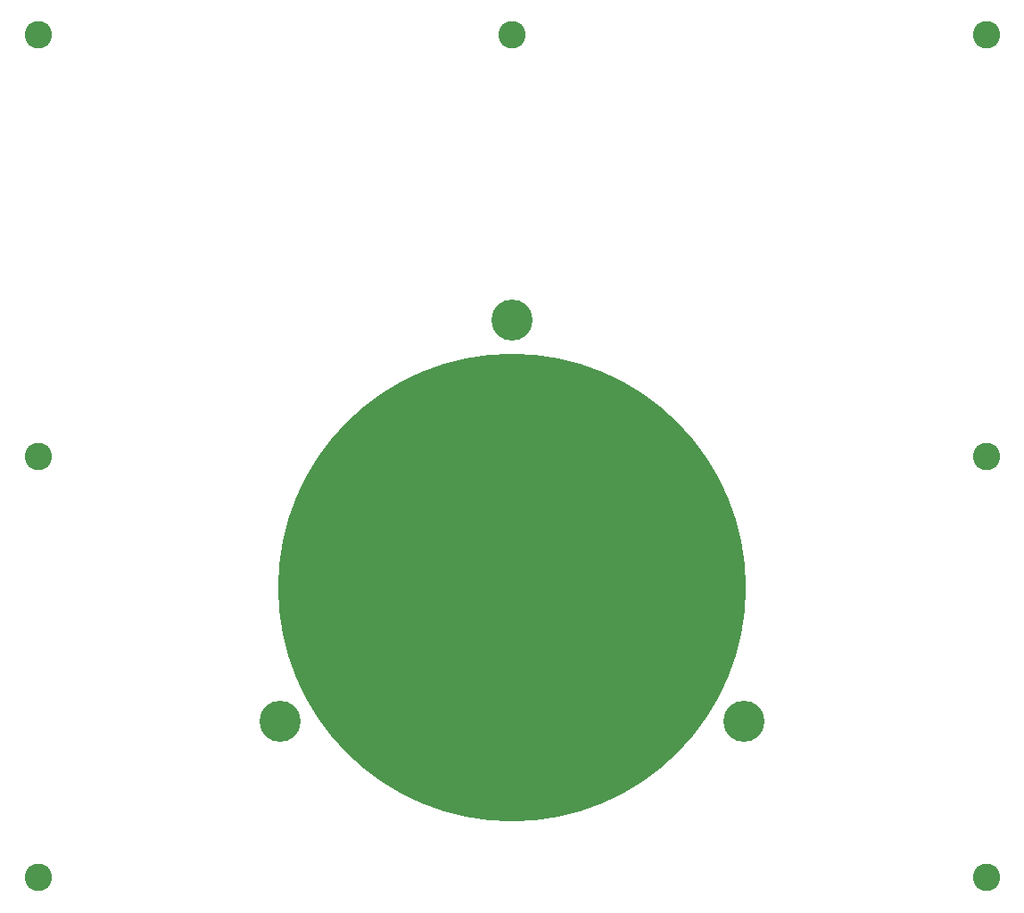
<source format=gbr>
G04 #@! TF.GenerationSoftware,KiCad,Pcbnew,(5.1.9)-1*
G04 #@! TF.CreationDate,2021-02-07T10:50:12-06:00*
G04 #@! TF.ProjectId,4x4_CNC_encoder_plate,3478345f-434e-4435-9f65-6e636f646572,rev?*
G04 #@! TF.SameCoordinates,Original*
G04 #@! TF.FileFunction,Soldermask,Top*
G04 #@! TF.FilePolarity,Negative*
%FSLAX46Y46*%
G04 Gerber Fmt 4.6, Leading zero omitted, Abs format (unit mm)*
G04 Created by KiCad (PCBNEW (5.1.9)-1) date 2021-02-07 10:50:12*
%MOMM*%
%LPD*%
G01*
G04 APERTURE LIST*
%ADD10C,2.600000*%
%ADD11C,44.400000*%
%ADD12C,3.900000*%
G04 APERTURE END LIST*
D10*
X145000000Y-145000000D03*
X145000000Y-105000000D03*
D11*
X100000000Y-117500000D03*
D12*
X100000000Y-92100000D03*
X121997000Y-130200000D03*
X78003000Y-130200000D03*
D10*
X100000000Y-65000000D03*
X55000000Y-65000000D03*
X55000000Y-145000000D03*
X145000000Y-65000000D03*
X55000000Y-105000000D03*
M02*

</source>
